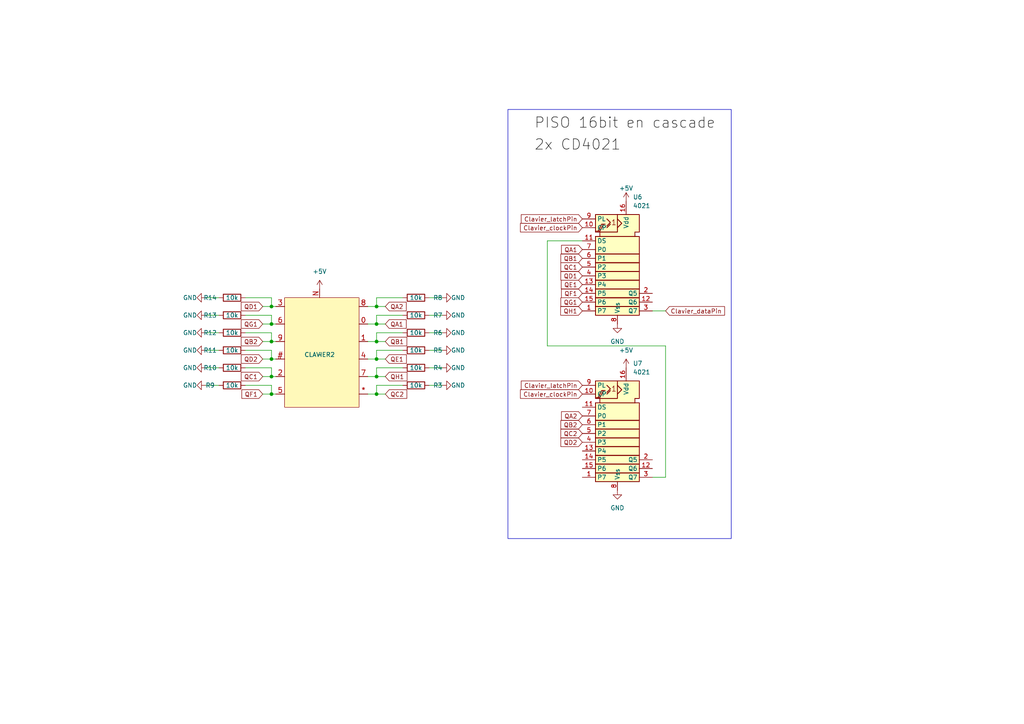
<source format=kicad_sch>
(kicad_sch (version 20230121) (generator eeschema)
  (paper "A4")
  (lib_symbols
    (symbol "4xxx_IEEE:4021"
      (property "Reference" "U" (at 7.62 7.62 0))
      (property "Value" "4021" (at 7.62 -21.59 0))
      (symbol "4021_0_0"
        (polyline (pts (xy -6.096 4.064) (xy -5.08 4.064) (xy -4.064 6.096) (xy -3.556 6.096) (xy -4.572 6.096) (xy -5.588 4.064) (xy -5.588 4.064)) (stroke (width 0.254)) (fill (type background)))
        (text "1" (at -1.016 6.604 0) (effects (font (size 1.524 1.524))))
      )
      (symbol "4021_0_1"
        (rectangle (start -6.35 -17.78) (end 6.35 -20.32) (stroke (width 0.254)) (fill (type background)))
        (rectangle (start -6.35 -15.24) (end 6.35 -17.78) (stroke (width 0.254)) (fill (type background)))
        (rectangle (start -6.35 -12.7) (end 6.35 -15.24) (stroke (width 0.254)) (fill (type background)))
        (rectangle (start -6.35 -10.16) (end 6.35 -12.7) (stroke (width 0.254)) (fill (type background)))
        (rectangle (start -6.35 -7.62) (end 6.35 -10.16) (stroke (width 0.254)) (fill (type background)))
        (rectangle (start -6.35 -5.08) (end 6.35 -7.62) (stroke (width 0.254)) (fill (type background)))
        (rectangle (start -6.35 -2.54) (end 6.35 -5.08) (stroke (width 0.254)) (fill (type background)))
        (rectangle (start -6.35 2.54) (end 6.35 -2.54) (stroke (width 0.254)) (fill (type background)))
        (polyline (pts (xy -3.048 5.08) (xy -2.032 6.096) (xy -2.032 6.096)) (stroke (width 0.254)) (fill (type background)))
        (polyline (pts (xy -3.048 7.62) (xy -2.032 6.604) (xy -3.048 5.588) (xy -3.048 5.588)) (stroke (width 0.254)) (fill (type background)))
        (polyline (pts (xy 0 7.62) (xy 1.27 6.35) (xy 0 5.08) (xy 0 5.08)) (stroke (width 0.254)) (fill (type background)))
        (polyline (pts (xy 0 8.89) (xy 0 3.81) (xy -5.08 3.81) (xy -5.08 3.81)) (stroke (width 0.254)) (fill (type background)))
        (polyline (pts (xy -5.08 2.54) (xy -5.08 3.81) (xy -6.35 3.81) (xy -6.35 8.89) (xy 6.35 8.89) (xy 6.35 3.81) (xy 5.08 3.81) (xy 5.08 2.54) (xy 5.08 2.54)) (stroke (width 0.254)) (fill (type background)))
        (pin power_in line (at 2.54 12.7 270) (length 3.81) (name "Vdd") (number "16"))
        (pin power_in line (at 0 -22.86 90) (length 2.54) (name "Vss") (number "8"))
      )
      (symbol "4021_1_1"
        (pin input line (at -10.16 -19.05 0) (length 3.81) (name "P7") (number "1"))
        (pin output line (at -10.16 5.08 0) (length 3.81) (name "CP") (number "10"))
        (pin output line (at -10.16 1.27 0) (length 3.81) (name "DS") (number "11"))
        (pin output line (at 10.16 -16.51 180) (length 3.81) (name "Q6") (number "12"))
        (pin input line (at -10.16 -11.43 0) (length 3.81) (name "P4") (number "13"))
        (pin input line (at -10.16 -13.97 0) (length 3.81) (name "P5") (number "14"))
        (pin input line (at -10.16 -16.51 0) (length 3.81) (name "P6") (number "15"))
        (pin output line (at 10.16 -13.97 180) (length 3.81) (name "Q5") (number "2"))
        (pin output line (at 10.16 -19.05 180) (length 3.81) (name "Q7") (number "3"))
        (pin input line (at -10.16 -8.89 0) (length 3.81) (name "P3") (number "4"))
        (pin input line (at -10.16 -6.35 0) (length 3.81) (name "P2") (number "5"))
        (pin input line (at -10.16 -3.81 0) (length 3.81) (name "P1") (number "6"))
        (pin input line (at -10.16 -1.27 0) (length 3.81) (name "P0") (number "7"))
        (pin output line (at -10.16 7.62 0) (length 3.81) (name "PL") (number "9"))
      )
    )
    (symbol "CLAV1_1" (pin_names (offset 40))
      (property "Reference" "CLAVIER" (at 0 17.78 0))
      (symbol "CLAV1_1_1_1"
        (rectangle (start -11.43 15.24) (end 10.16 -16.51) (fill (type color) (color 255 249 186 1)))
        (pin input line (at 12.7 1.27 180) (length 2.54) (name "") (number "#"))
        (pin input line (at -13.97 11.43 0) (length 2.54) (name "") (number "*"))
        (pin input line (at -13.97 -8.89 0) (length 2.54) (name "") (number "0"))
        (pin input line (at -13.97 -3.81 0) (length 2.54) (name "") (number "1"))
        (pin input line (at 12.7 6.35 180) (length 2.54) (name "") (number "2"))
        (pin input line (at 12.7 -13.97 180) (length 2.54) (name "") (number "3"))
        (pin input line (at -13.97 1.27 0) (length 2.54) (name "") (number "4"))
        (pin input line (at 12.7 11.43 180) (length 2.54) (name "") (number "5"))
        (pin input line (at 12.7 -8.89 180) (length 2.54) (name "") (number "6"))
        (pin input line (at -13.97 6.35 0) (length 2.54) (name "") (number "7"))
        (pin input line (at -13.97 -13.97 0) (length 2.54) (name "") (number "8"))
        (pin input line (at 12.7 -3.81 180) (length 2.54) (name "") (number "9"))
        (pin power_out line (at 0 -19.05 90) (length 2.54) (name "") (number "N"))
      )
    )
    (symbol "Device:R" (pin_numbers hide) (pin_names (offset 0))
      (property "Reference" "R" (at 2.032 0 90))
      (property "Value" "R" (at 0 0 90))
      (symbol "R_0_1"
        (rectangle (start -1.016 -2.54) (end 1.016 2.54) (stroke (width 0.254)))
      )
      (symbol "R_1_1"
        (pin passive line (at 0 3.81 270) (length 1.27) (name "~") (number "1"))
        (pin passive line (at 0 -3.81 90) (length 1.27) (name "~") (number "2"))
      )
    )
    (symbol "power:+5V" (power) (pin_names (offset 0))
      (property "Value" "+5V" (at 0 3.556 0))
      (symbol "+5V_0_1"
        (polyline (pts (xy -0.762 1.27) (xy 0 2.54)))
        (polyline (pts (xy 0 0) (xy 0 2.54)))
        (polyline (pts (xy 0 2.54) (xy 0.762 1.27)))
      )
      (symbol "+5V_1_1"
        (pin power_in line (at 0 0 90) (length 0) hide (name "+5V") (number "1"))
      )
    )
    (symbol "power:GND" (power) (pin_names (offset 0))
      (property "Value" "GND" (at 0 -3.81 0))
      (symbol "GND_0_1"
        (polyline (pts (xy 0 0) (xy 0 -1.27) (xy 1.27 -1.27) (xy 0 -2.54) (xy -1.27 -1.27) (xy 0 -1.27)))
      )
      (symbol "GND_1_1"
        (pin power_in line (at 0 0 270) (length 0) hide (name "GND") (number "1"))
      )
    )
  )
  (junction (at 109.22 114.3))
  (junction (at 78.74 88.9))
  (junction (at 109.22 93.98))
  (junction (at 78.74 109.22))
  (junction (at 78.74 104.14))
  (junction (at 78.74 93.98))
  (junction (at 109.22 99.06))
  (junction (at 109.22 104.14))
  (junction (at 109.22 88.9))
  (junction (at 78.74 99.06))
  (junction (at 109.22 109.22))
  (junction (at 78.74 114.3))
  (wire (pts (xy 111.76 104.14) (xy 109.22 104.14)))
  (wire (pts (xy 78.74 88.9) (xy 80.01 88.9)))
  (wire (pts (xy 71.12 111.76) (xy 78.74 111.76)))
  (wire (pts (xy 111.76 114.3) (xy 109.22 114.3)))
  (wire (pts (xy 78.74 101.6) (xy 78.74 104.14)))
  (wire (pts (xy 78.74 114.3) (xy 80.01 114.3)))
  (wire (pts (xy 109.22 86.36) (xy 109.22 88.9)))
  (wire (pts (xy 109.22 96.52) (xy 109.22 99.06)))
  (wire (pts (xy 78.74 104.14) (xy 80.01 104.14)))
  (wire (pts (xy 76.2 114.3) (xy 78.74 114.3)))
  (wire (pts (xy 71.12 106.68) (xy 78.74 106.68)))
  (wire (pts (xy 76.2 99.06) (xy 78.74 99.06)))
  (wire (pts (xy 109.22 109.22) (xy 106.68 109.22)))
  (wire (pts (xy 109.22 111.76) (xy 109.22 114.3)))
  (wire (pts (xy 59.69 111.76) (xy 63.5 111.76)))
  (wire (pts (xy 71.12 96.52) (xy 78.74 96.52)))
  (wire (pts (xy 109.22 88.9) (xy 106.68 88.9)))
  (wire (pts (xy 158.75 100.33) (xy 193.04 100.33)))
  (wire (pts (xy 193.04 138.43) (xy 189.23 138.43)))
  (wire (pts (xy 59.69 96.52) (xy 63.5 96.52)))
  (wire (pts (xy 109.22 99.06) (xy 106.68 99.06)))
  (wire (pts (xy 78.74 109.22) (xy 80.01 109.22)))
  (wire (pts (xy 76.2 88.9) (xy 78.74 88.9)))
  (wire (pts (xy 71.12 86.36) (xy 78.74 86.36)))
  (wire (pts (xy 78.74 86.36) (xy 78.74 88.9)))
  (wire (pts (xy 111.76 93.98) (xy 109.22 93.98)))
  (wire (pts (xy 128.27 111.76) (xy 124.46 111.76)))
  (wire (pts (xy 76.2 93.98) (xy 78.74 93.98)))
  (wire (pts (xy 71.12 91.44) (xy 78.74 91.44)))
  (wire (pts (xy 78.74 93.98) (xy 80.01 93.98)))
  (wire (pts (xy 109.22 91.44) (xy 109.22 93.98)))
  (wire (pts (xy 59.69 86.36) (xy 63.5 86.36)))
  (wire (pts (xy 76.2 109.22) (xy 78.74 109.22)))
  (wire (pts (xy 59.69 101.6) (xy 63.5 101.6)))
  (wire (pts (xy 128.27 101.6) (xy 124.46 101.6)))
  (wire (pts (xy 193.04 100.33) (xy 193.04 138.43)))
  (wire (pts (xy 78.74 106.68) (xy 78.74 109.22)))
  (wire (pts (xy 128.27 91.44) (xy 124.46 91.44)))
  (wire (pts (xy 116.84 86.36) (xy 109.22 86.36)))
  (wire (pts (xy 59.69 91.44) (xy 63.5 91.44)))
  (wire (pts (xy 111.76 99.06) (xy 109.22 99.06)))
  (wire (pts (xy 128.27 96.52) (xy 124.46 96.52)))
  (wire (pts (xy 109.22 106.68) (xy 109.22 109.22)))
  (wire (pts (xy 111.76 109.22) (xy 109.22 109.22)))
  (wire (pts (xy 158.75 69.85) (xy 158.75 100.33)))
  (wire (pts (xy 168.91 69.85) (xy 158.75 69.85)))
  (wire (pts (xy 109.22 101.6) (xy 109.22 104.14)))
  (wire (pts (xy 189.23 90.17) (xy 193.04 90.17)))
  (wire (pts (xy 128.27 106.68) (xy 124.46 106.68)))
  (wire (pts (xy 59.69 106.68) (xy 63.5 106.68)))
  (wire (pts (xy 78.74 96.52) (xy 78.74 99.06)))
  (wire (pts (xy 71.12 101.6) (xy 78.74 101.6)))
  (wire (pts (xy 111.76 88.9) (xy 109.22 88.9)))
  (wire (pts (xy 116.84 101.6) (xy 109.22 101.6)))
  (wire (pts (xy 109.22 114.3) (xy 106.68 114.3)))
  (wire (pts (xy 116.84 96.52) (xy 109.22 96.52)))
  (wire (pts (xy 78.74 99.06) (xy 80.01 99.06)))
  (wire (pts (xy 78.74 111.76) (xy 78.74 114.3)))
  (wire (pts (xy 76.2 104.14) (xy 78.74 104.14)))
  (wire (pts (xy 109.22 104.14) (xy 106.68 104.14)))
  (wire (pts (xy 116.84 91.44) (xy 109.22 91.44)))
  (wire (pts (xy 128.27 86.36) (xy 124.46 86.36)))
  (wire (pts (xy 116.84 111.76) (xy 109.22 111.76)))
  (wire (pts (xy 116.84 106.68) (xy 109.22 106.68)))
  (wire (pts (xy 78.74 91.44) (xy 78.74 93.98)))
  (wire (pts (xy 109.22 93.98) (xy 106.68 93.98)))
  (rectangle (start 147.32 31.75) (end 212.09 156.21))
  (label "2x CD4021" (at 154.94 44.45 0) (effects (font (size 3 3))))
  (label "PISO 16bit en cascade" (at 154.94 38.1 0) (effects (font (size 3 3))))
  (global_label "QA1" (shape input) (at 168.91 72.39 180) (property "Intersheetrefs" "${INTERSHEET_REFS}" (effects hide)))
  (global_label "QD1" (shape input) (at 76.2 88.9 180) (property "Intersheetrefs" "${INTERSHEET_REFS}" (effects hide)))
  (global_label "Clavier_latchPin" (shape input) (at 168.91 63.5 180) (property "Intersheetrefs" "${INTERSHEET_REFS}" (effects hide)))
  (global_label "QC2" (shape input) (at 168.91 125.73 180) (property "Intersheetrefs" "${INTERSHEET_REFS}" (effects hide)))
  (global_label "Clavier_dataPin" (shape input) (at 193.04 90.17 0) (property "Intersheetrefs" "${INTERSHEET_REFS}" (effects hide)))
  (global_label "QB1" (shape input) (at 168.91 74.93 180) (property "Intersheetrefs" "${INTERSHEET_REFS}" (effects hide)))
  (global_label "QA1" (shape input) (at 111.76 93.98 0) (property "Intersheetrefs" "${INTERSHEET_REFS}" (effects hide)))
  (global_label "QG1" (shape input) (at 168.91 87.63 180) (property "Intersheetrefs" "${INTERSHEET_REFS}" (effects hide)))
  (global_label "QD2" (shape input) (at 168.91 128.27 180) (property "Intersheetrefs" "${INTERSHEET_REFS}" (effects hide)))
  (global_label "QF1" (shape input) (at 76.2 114.3 180) (property "Intersheetrefs" "${INTERSHEET_REFS}" (effects hide)))
  (global_label "Clavier_clockPin" (shape input) (at 168.91 114.3 180) (property "Intersheetrefs" "${INTERSHEET_REFS}" (effects hide)))
  (global_label "QC1" (shape input) (at 76.2 109.22 180) (property "Intersheetrefs" "${INTERSHEET_REFS}" (effects hide)))
  (global_label "QG1" (shape input) (at 76.2 93.98 180) (property "Intersheetrefs" "${INTERSHEET_REFS}" (effects hide)))
  (global_label "Clavier_latchPin" (shape input) (at 168.91 111.76 180) (property "Intersheetrefs" "${INTERSHEET_REFS}" (effects hide)))
  (global_label "QH1" (shape input) (at 111.76 109.22 0) (property "Intersheetrefs" "${INTERSHEET_REFS}" (effects hide)))
  (global_label "QB2" (shape input) (at 168.91 123.19 180) (property "Intersheetrefs" "${INTERSHEET_REFS}" (effects hide)))
  (global_label "QE1" (shape input) (at 168.91 82.55 180) (property "Intersheetrefs" "${INTERSHEET_REFS}" (effects hide)))
  (global_label "QB2" (shape input) (at 76.2 99.06 180) (property "Intersheetrefs" "${INTERSHEET_REFS}" (effects hide)))
  (global_label "QF1" (shape input) (at 168.91 85.09 180) (property "Intersheetrefs" "${INTERSHEET_REFS}" (effects hide)))
  (global_label "QA2" (shape input) (at 111.76 88.9 0) (property "Intersheetrefs" "${INTERSHEET_REFS}" (effects hide)))
  (global_label "QC1" (shape input) (at 168.91 77.47 180) (property "Intersheetrefs" "${INTERSHEET_REFS}" (effects hide)))
  (global_label "Clavier_clockPin" (shape input) (at 168.91 66.04 180) (property "Intersheetrefs" "${INTERSHEET_REFS}" (effects hide)))
  (global_label "QD1" (shape input) (at 168.91 80.01 180) (property "Intersheetrefs" "${INTERSHEET_REFS}" (effects hide)))
  (global_label "QB1" (shape input) (at 111.76 99.06 0) (property "Intersheetrefs" "${INTERSHEET_REFS}" (effects hide)))
  (global_label "QD2" (shape input) (at 76.2 104.14 180) (property "Intersheetrefs" "${INTERSHEET_REFS}" (effects hide)))
  (global_label "QA2" (shape input) (at 168.91 120.65 180) (property "Intersheetrefs" "${INTERSHEET_REFS}" (effects hide)))
  (global_label "QC2" (shape input) (at 111.76 114.3 0) (property "Intersheetrefs" "${INTERSHEET_REFS}" (effects hide)))
  (global_label "QH1" (shape input) (at 168.91 90.17 180) (property "Intersheetrefs" "${INTERSHEET_REFS}" (effects hide)))
  (global_label "QE1" (shape input) (at 111.76 104.14 0) (property "Intersheetrefs" "${INTERSHEET_REFS}" (effects hide)))
  (symbol (lib_id "4xxx_IEEE:4021") (at 179.07 119.38 0) (unit 1)
    (property "Reference" "U7" (at 183.5659 105.41 0) (effects (justify left)))
    (property "Value" "4021" (at 183.5659 107.95 0) (effects (justify left)))
  )
  (symbol (lib_id "Device:R") (at 67.31 96.52 90) (unit 1)
    (property "Reference" "R12" (at 60.96 96.52 90))
    (property "Value" "10k" (at 67.31 96.52 90))
    (instances (project "MaisonEtape1" (path "" (reference "R12") (unit 1)) (path "" (reference "R9") (unit 1))))
  )
  (symbol (lib_id "power:+5V") (at 92.71 83.82 0) (unit 1)
    (property "Reference" "#PWR020" (effects hide))
    (property "Value" "+5V" (at 92.71 78.74 0))
    (instances (project "MaisonEtape1" (path "" (reference "#PWR020") (unit 1)) (path "" (reference "#PWR032") (unit 1))))
  )
  (symbol (lib_id "power:GND") (at 128.27 86.36 90) (unit 1)
    (property "Reference" "#PWR030" (effects hide))
    (property "Value" "GND" (at 130.81 86.36 90) (effects (justify right)))
    (instances (project "MaisonEtape1" (path "" (reference "#PWR030") (unit 1)) (path "" (reference "#PWR031") (unit 1))))
  )
  (symbol (lib_id "power:GND") (at 128.27 111.76 90) (unit 1)
    (property "Reference" "#PWR025" (effects hide))
    (property "Value" "GND" (at 130.81 111.76 90) (effects (justify right)))
    (instances (project "MaisonEtape1" (path "" (reference "#PWR025") (unit 1)) (path "" (reference "#PWR021") (unit 1))))
  )
  (symbol (lib_id "power:GND") (at 179.07 142.24 0) (unit 1)
    (property "Reference" "#PWR021" (effects hide))
    (property "Value" "GND" (at 179.07 147.32 0))
    (instances (project "MaisonEtape1" (path "" (reference "#PWR021") (unit 1)) (path "" (reference "#PWR034") (unit 1))))
  )
  (symbol (lib_id "Device:R") (at 67.31 91.44 90) (unit 1)
    (property "Reference" "R13" (at 60.96 91.44 90))
    (property "Value" "10k" (at 67.31 91.44 90))
    (instances (project "MaisonEtape1" (path "" (reference "R13") (unit 1)) (path "" (reference "R11") (unit 1))))
  )
  (symbol (lib_id "Device:R") (at 120.65 101.6 270) (unit 1)
    (property "Reference" "R5" (at 127 101.6 90))
    (property "Value" "10k" (at 120.65 101.6 90))
    (instances (project "MaisonEtape1" (path "" (reference "R5") (unit 1)) (path "" (reference "R8") (unit 1))))
  )
  (symbol (lib_id "power:+5V") (at 181.61 58.42 0) (unit 1)
    (property "Reference" "#PWR024" (effects hide))
    (property "Value" "+5V" (at 181.61 54.61 0))
    (instances (project "MaisonEtape1" (path "" (reference "#PWR024") (unit 1)) (path "" (reference "#PWR035") (unit 1))))
  )
  (symbol (lib_id "power:GND") (at 59.69 96.52 270) (unit 1)
    (property "Reference" "#PWR034" (effects hide))
    (property "Value" "GND" (at 57.15 96.52 90) (effects (justify right)))
    (instances (project "MaisonEtape1" (path "" (reference "#PWR034") (unit 1)) (path "" (reference "#PWR026") (unit 1))))
  )
  (symbol (lib_id "power:GND") (at 128.27 106.68 90) (unit 1)
    (property "Reference" "#PWR026" (effects hide))
    (property "Value" "GND" (at 130.81 106.68 90) (effects (justify right)))
    (instances (project "MaisonEtape1" (path "" (reference "#PWR026") (unit 1)) (path "" (reference "#PWR023") (unit 1))))
  )
  (symbol (lib_id "Device:R") (at 120.65 96.52 270) (unit 1)
    (property "Reference" "R6" (at 127 96.52 90))
    (property "Value" "10k" (at 120.65 96.52 90))
    (instances (project "MaisonEtape1" (path "" (reference "R6") (unit 1)) (path "" (reference "R10") (unit 1))))
  )
  (symbol (lib_id "power:GND") (at 128.27 96.52 90) (unit 1)
    (property "Reference" "#PWR028" (effects hide))
    (property "Value" "GND" (at 130.81 96.52 90) (effects (justify right)))
    (instances (project "MaisonEtape1" (path "" (reference "#PWR028") (unit 1)) (path "" (reference "#PWR027") (unit 1))))
  )
  (symbol (lib_id "4xxx_IEEE:4021") (at 179.07 71.12 0) (unit 1)
    (property "Reference" "U6" (at 183.5659 57.15 0) (effects (justify left)))
    (property "Value" "4021" (at 183.5659 59.69 0) (effects (justify left)))
  )
  (symbol (lib_id "power:GND") (at 128.27 101.6 90) (unit 1)
    (property "Reference" "#PWR027" (effects hide))
    (property "Value" "GND" (at 130.81 101.6 90) (effects (justify right)))
    (instances (project "MaisonEtape1" (path "" (reference "#PWR027") (unit 1)) (path "" (reference "#PWR025") (unit 1))))
  )
  (symbol (lib_name "CLAV1_1") (lib_id "New_Library:CLAV1") (at 92.71 102.87 180) (unit 1)
    (property "Reference" "CLAVIER2" (at 92.71 102.87 0))
    (property "Value" "~" (at 92.71 102.87 0))
    (instances (project "MaisonEtape1" (path "" (reference "CLAVIER2") (unit 1)) (path "" (reference "CLAVIER1") (unit 1))))
  )
  (symbol (lib_id "Device:R") (at 67.31 86.36 90) (unit 1)
    (property "Reference" "R14" (at 60.96 86.36 90))
    (property "Value" "10k" (at 67.31 86.36 90))
    (instances (project "MaisonEtape1" (path "" (reference "R14") (unit 1)) (path "" (reference "R13") (unit 1))))
  )
  (symbol (lib_id "Device:R") (at 120.65 106.68 270) (unit 1)
    (property "Reference" "R4" (at 127 106.68 90))
    (property "Value" "10k" (at 120.65 106.68 90))
    (instances (project "MaisonEtape1" (path "" (reference "R4") (unit 1)) (path "" (reference "R6") (unit 1))))
  )
  (symbol (lib_id "power:GND") (at 59.69 106.68 270) (unit 1)
    (property "Reference" "#PWR032" (effects hide))
    (property "Value" "GND" (at 57.15 106.68 90) (effects (justify right)))
    (instances (project "MaisonEtape1" (path "" (reference "#PWR032") (unit 1)) (path "" (reference "#PWR022") (unit 1))))
  )
  (symbol (lib_id "power:GND") (at 128.27 91.44 90) (unit 1)
    (property "Reference" "#PWR029" (effects hide))
    (property "Value" "GND" (at 130.81 91.44 90) (effects (justify right)))
  )
  (symbol (lib_id "power:GND") (at 59.69 91.44 270) (unit 1)
    (property "Reference" "#PWR035" (effects hide))
    (property "Value" "GND" (at 57.15 91.44 90) (effects (justify right)))
    (instances (project "MaisonEtape1" (path "" (reference "#PWR035") (unit 1)) (path "" (reference "#PWR028") (unit 1))))
  )
  (symbol (lib_id "Device:R") (at 120.65 111.76 270) (unit 1)
    (property "Reference" "R3" (at 127 111.76 90))
    (property "Value" "10k" (at 120.65 111.76 90))
    (instances (project "MaisonEtape1" (path "" (reference "R3") (unit 1)) (path "" (reference "R4") (unit 1))))
  )
  (symbol (lib_id "power:GND") (at 179.07 93.98 0) (unit 1)
    (property "Reference" "#PWR022" (effects hide))
    (property "Value" "GND" (at 179.07 99.06 0))
    (instances (project "MaisonEtape1" (path "" (reference "#PWR022") (unit 1)) (path "" (reference "#PWR033") (unit 1))))
  )
  (symbol (lib_id "Device:R") (at 67.31 111.76 90) (unit 1)
    (property "Reference" "R9" (at 60.96 111.76 90))
    (property "Value" "10k" (at 67.31 111.76 90))
    (instances (project "MaisonEtape1" (path "" (reference "R9") (unit 1)) (path "" (reference "R3") (unit 1))))
  )
  (symbol (lib_id "Device:R") (at 120.65 86.36 270) (unit 1)
    (property "Reference" "R8" (at 127 86.36 90))
    (property "Value" "10k" (at 120.65 86.36 90))
    (instances (project "MaisonEtape1" (path "" (reference "R8") (unit 1)) (path "" (reference "R14") (unit 1))))
  )
  (symbol (lib_id "Device:R") (at 67.31 106.68 90) (unit 1)
    (property "Reference" "R10" (at 60.96 106.68 90))
    (property "Value" "10k" (at 67.31 106.68 90))
    (instances (project "MaisonEtape1" (path "" (reference "R10") (unit 1)) (path "" (reference "R5") (unit 1))))
  )
  (symbol (lib_id "power:GND") (at 59.69 86.36 270) (unit 1)
    (property "Reference" "#PWR036" (effects hide))
    (property "Value" "GND" (at 57.15 86.36 90) (effects (justify right)))
    (instances (project "MaisonEtape1" (path "" (reference "#PWR036") (unit 1)) (path "" (reference "#PWR030") (unit 1))))
  )
  (symbol (lib_id "power:+5V") (at 181.61 106.68 0) (unit 1)
    (property "Reference" "#PWR023" (effects hide))
    (property "Value" "+5V" (at 181.61 101.6 0))
    (instances (project "MaisonEtape1" (path "" (reference "#PWR023") (unit 1)) (path "" (reference "#PWR036") (unit 1))))
  )
  (symbol (lib_id "Device:R") (at 120.65 91.44 270) (unit 1)
    (property "Reference" "R7" (at 127 91.44 90))
    (property "Value" "10k" (at 120.65 91.44 90))
    (instances (project "MaisonEtape1" (path "" (reference "R7") (unit 1)) (path "" (reference "R12") (unit 1))))
  )
  (symbol (lib_id "Device:R") (at 67.31 101.6 90) (unit 1)
    (property "Reference" "R11" (at 60.96 101.6 90))
    (property "Value" "10k" (at 67.31 101.6 90))
    (instances (project "MaisonEtape1" (path "" (reference "R11") (unit 1)) (path "" (reference "R7") (unit 1))))
  )
  (symbol (lib_id "power:GND") (at 59.69 111.76 270) (unit 1)
    (property "Reference" "#PWR031" (effects hide))
    (property "Value" "GND" (at 57.15 111.76 90) (effects (justify right)))
    (instances (project "MaisonEtape1" (path "" (reference "#PWR031") (unit 1)) (path "" (reference "#PWR020") (unit 1))))
  )
  (symbol (lib_id "power:GND") (at 59.69 101.6 270) (unit 1)
    (property "Reference" "#PWR033" (effects hide))
    (property "Value" "GND" (at 57.15 101.6 90) (effects (justify right)))
    (instances (project "MaisonEtape1" (path "" (reference "#PWR033") (unit 1)) (path "" (reference "#PWR024") (unit 1))))
  )
)
</source>
